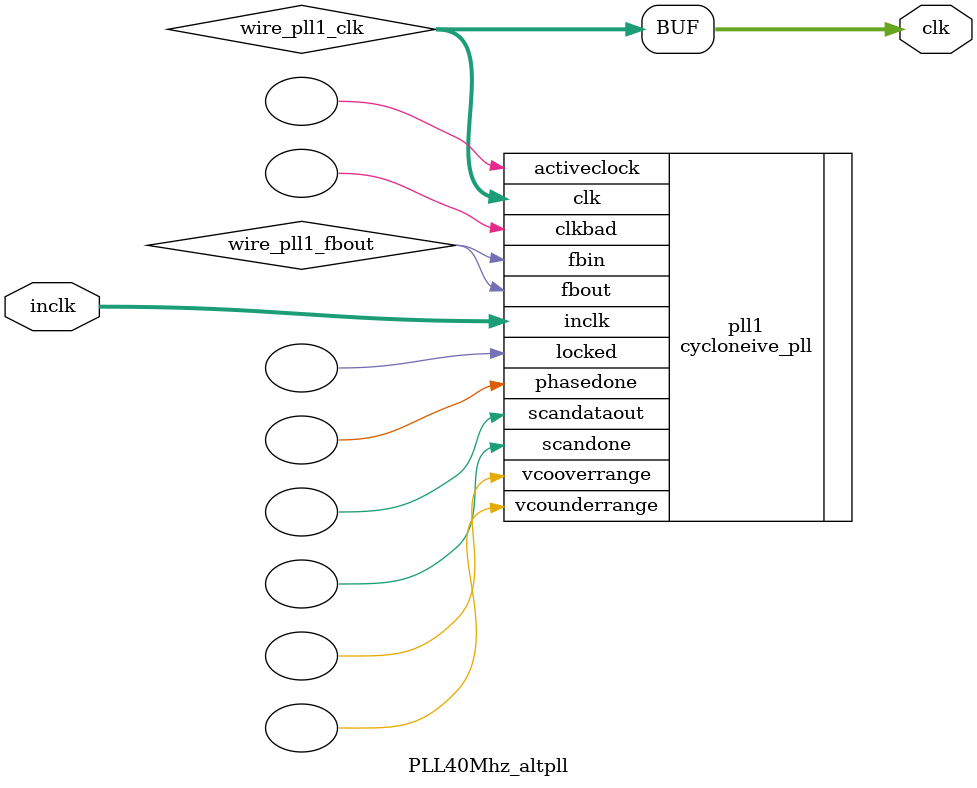
<source format=v>






//synthesis_resources = cycloneive_pll 1 
//synopsys translate_off
`timescale 1 ps / 1 ps
//synopsys translate_on
module  PLL40Mhz_altpll
	( 
	clk,
	inclk) /* synthesis synthesis_clearbox=1 */;
	output   [4:0]  clk;
	input   [1:0]  inclk;
`ifndef ALTERA_RESERVED_QIS
// synopsys translate_off
`endif
	tri0   [1:0]  inclk;
`ifndef ALTERA_RESERVED_QIS
// synopsys translate_on
`endif

	wire  [4:0]   wire_pll1_clk;
	wire  wire_pll1_fbout;

	cycloneive_pll   pll1
	( 
	.activeclock(),
	.clk(wire_pll1_clk),
	.clkbad(),
	.fbin(wire_pll1_fbout),
	.fbout(wire_pll1_fbout),
	.inclk(inclk),
	.locked(),
	.phasedone(),
	.scandataout(),
	.scandone(),
	.vcooverrange(),
	.vcounderrange()
	`ifndef FORMAL_VERIFICATION
	// synopsys translate_off
	`endif
	,
	.areset(1'b0),
	.clkswitch(1'b0),
	.configupdate(1'b0),
	.pfdena(1'b1),
	.phasecounterselect({3{1'b0}}),
	.phasestep(1'b0),
	.phaseupdown(1'b0),
	.scanclk(1'b0),
	.scanclkena(1'b1),
	.scandata(1'b0)
	`ifndef FORMAL_VERIFICATION
	// synopsys translate_on
	`endif
	);
	defparam
		pll1.bandwidth_type = "auto",
		pll1.clk0_divide_by = 5,
		pll1.clk0_duty_cycle = 50,
		pll1.clk0_multiply_by = 4,
		pll1.clk0_phase_shift = "0",
		pll1.compensate_clock = "clk0",
		pll1.inclk0_input_frequency = 20000,
		pll1.operation_mode = "normal",
		pll1.pll_type = "auto",
		pll1.lpm_type = "cycloneive_pll";
	assign
		clk = {wire_pll1_clk[4:0]};
endmodule //PLL40Mhz_altpll
//VALID FILE

</source>
